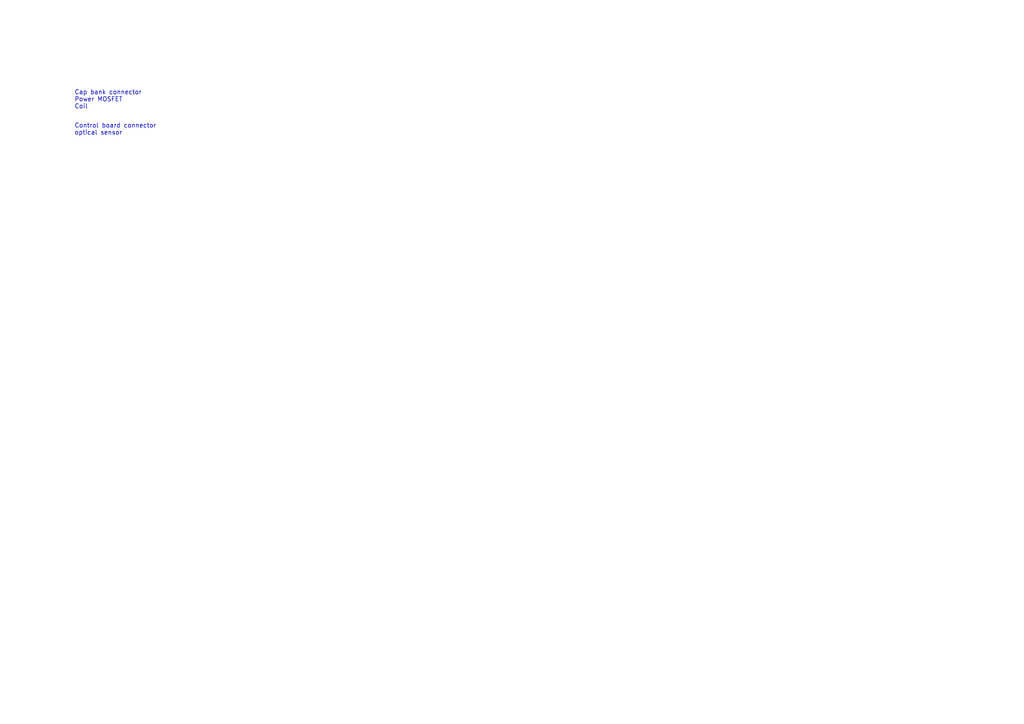
<source format=kicad_sch>
(kicad_sch (version 20230121) (generator eeschema)
  (paper "A4")
  (lib_symbols)
  (text "Control board connector\noptical sensor" (at 21.59 39.37 0) (effects (font (size 1.27 1.27)) (justify left bottom)))
  (text "Cap bank connector\nPower MOSFET\nCoil" (at 21.59 31.75 0) (effects (font (size 1.27 1.27)) (justify left bottom)))
)
</source>
